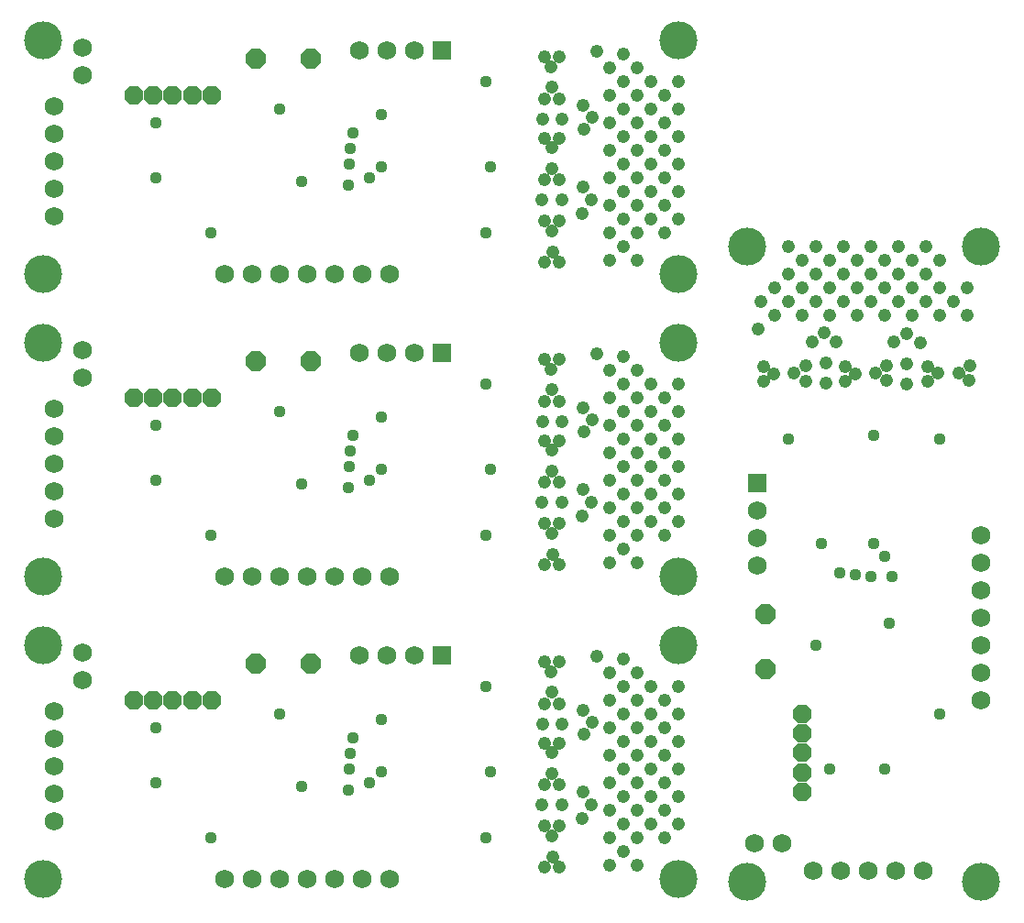
<source format=gbs>
G75*
G70*
%OFA0B0*%
%FSLAX24Y24*%
%IPPOS*%
%LPD*%
%AMOC8*
5,1,8,0,0,1.08239X$1,22.5*
%
%ADD10OC8,0.0710*%
%ADD11C,0.0680*%
%ADD12R,0.0680X0.0680*%
%ADD13C,0.1380*%
%ADD14OC8,0.0674*%
%ADD15C,0.0440*%
%ADD16C,0.0437*%
%ADD17C,0.0476*%
D10*
X008961Y009163D03*
X010961Y009163D03*
X010961Y020163D03*
X008961Y020163D03*
X008961Y031163D03*
X010961Y031163D03*
X027502Y010961D03*
X027502Y008961D03*
D11*
X027183Y012733D03*
X027183Y013733D03*
X027183Y014733D03*
X035333Y013833D03*
X035333Y012833D03*
X035333Y011833D03*
X035333Y010833D03*
X035333Y009833D03*
X035333Y008833D03*
X035333Y007833D03*
X028087Y002651D03*
X027087Y002651D03*
X029233Y001633D03*
X030233Y001633D03*
X031233Y001633D03*
X032233Y001633D03*
X033233Y001633D03*
X014733Y009483D03*
X013733Y009483D03*
X012733Y009483D03*
X012833Y012333D03*
X013833Y012333D03*
X011833Y012333D03*
X010833Y012333D03*
X009833Y012333D03*
X008833Y012333D03*
X007833Y012333D03*
X002651Y009579D03*
X002651Y008579D03*
X001633Y007433D03*
X001633Y006433D03*
X001633Y005433D03*
X001633Y004433D03*
X001633Y003433D03*
X007833Y001333D03*
X008833Y001333D03*
X009833Y001333D03*
X010833Y001333D03*
X011833Y001333D03*
X012833Y001333D03*
X013833Y001333D03*
X001633Y014433D03*
X001633Y015433D03*
X001633Y016433D03*
X001633Y017433D03*
X001633Y018433D03*
X002651Y019579D03*
X002651Y020579D03*
X007833Y023333D03*
X008833Y023333D03*
X009833Y023333D03*
X010833Y023333D03*
X011833Y023333D03*
X012833Y023333D03*
X013833Y023333D03*
X013733Y020483D03*
X014733Y020483D03*
X012733Y020483D03*
X001633Y025433D03*
X001633Y026433D03*
X001633Y027433D03*
X001633Y028433D03*
X001633Y029433D03*
X002651Y030579D03*
X002651Y031579D03*
X012733Y031483D03*
X013733Y031483D03*
X014733Y031483D03*
D12*
X015733Y031483D03*
X015733Y020483D03*
X027183Y015733D03*
X015733Y009483D03*
D13*
X001232Y001333D03*
X001233Y009833D03*
X001232Y012333D03*
X001233Y020833D03*
X001232Y023333D03*
X001233Y031833D03*
X024333Y031833D03*
X026833Y024333D03*
X024333Y023333D03*
X024333Y020833D03*
X035333Y024333D03*
X024333Y012333D03*
X024333Y009833D03*
X024333Y001333D03*
X026833Y001233D03*
X035333Y001232D03*
D14*
X028832Y004516D03*
X028832Y005225D03*
X028832Y005934D03*
X028832Y006642D03*
X028832Y007351D03*
X007351Y007833D03*
X006642Y007833D03*
X005934Y007833D03*
X005225Y007833D03*
X004516Y007833D03*
X004516Y018833D03*
X005225Y018833D03*
X005934Y018833D03*
X006642Y018833D03*
X007351Y018833D03*
X007351Y029833D03*
X006642Y029833D03*
X005934Y029833D03*
X005225Y029833D03*
X004516Y029833D03*
D15*
X012342Y027335D03*
X013083Y026833D03*
X013533Y027233D03*
X012333Y026583D03*
X013533Y029133D03*
X017333Y030333D03*
X017481Y027247D03*
X017333Y024833D03*
X017333Y019333D03*
X017481Y016247D03*
X017333Y013833D03*
X013533Y016233D03*
X013083Y015833D03*
X012333Y015583D03*
X012342Y016335D03*
X013533Y018133D03*
X017333Y008333D03*
X013533Y007133D03*
X012342Y005335D03*
X013083Y004833D03*
X013533Y005233D03*
X012333Y004583D03*
X017481Y005247D03*
X017333Y002833D03*
X031330Y012342D03*
X032083Y012333D03*
X031833Y013083D03*
X031433Y013533D03*
X029533Y013533D03*
X028333Y017333D03*
X031418Y017481D03*
X033833Y017333D03*
D16*
X030768Y012402D03*
X030200Y012488D03*
X031972Y010633D03*
X029333Y009833D03*
X033833Y007333D03*
X031833Y005333D03*
X029833Y005333D03*
X012488Y006466D03*
X012402Y005898D03*
X010633Y004694D03*
X007333Y002833D03*
X005333Y004833D03*
X005333Y006833D03*
X009833Y007333D03*
X007333Y013833D03*
X005333Y015833D03*
X005333Y017833D03*
X009833Y018333D03*
X012488Y017466D03*
X012402Y016898D03*
X010633Y015694D03*
X007333Y024833D03*
X005333Y026833D03*
X005333Y028833D03*
X009833Y029333D03*
X012488Y028466D03*
X012402Y027898D03*
X010633Y026694D03*
D17*
X019357Y026043D03*
X020078Y026043D03*
X020837Y025538D03*
X021165Y026058D03*
X021833Y025833D03*
X022333Y026333D03*
X022833Y025833D03*
X023333Y026333D03*
X023833Y025833D03*
X024333Y026333D03*
X023833Y026833D03*
X024333Y027333D03*
X023833Y027833D03*
X024333Y028333D03*
X023833Y028833D03*
X024333Y029333D03*
X023833Y029833D03*
X024333Y030333D03*
X023333Y030333D03*
X022833Y029833D03*
X022333Y030333D03*
X022833Y030833D03*
X022333Y031333D03*
X021833Y030833D03*
X021357Y031455D03*
X019984Y031237D03*
X019699Y030876D03*
X019452Y031256D03*
X019737Y030134D03*
X020002Y029715D03*
X019452Y029715D03*
X019376Y028992D03*
X019452Y028288D03*
X019718Y027927D03*
X019984Y028288D03*
X020097Y028992D03*
X020892Y028606D03*
X021193Y029044D03*
X021833Y028833D03*
X022333Y029333D03*
X022833Y028833D03*
X023333Y029333D03*
X023333Y028333D03*
X022833Y027833D03*
X022333Y028333D03*
X021833Y027833D03*
X022333Y027333D03*
X022833Y026833D03*
X023333Y027333D03*
X021833Y026833D03*
X020865Y026524D03*
X020002Y026785D03*
X019737Y027185D03*
X019471Y026785D03*
X019452Y025282D03*
X019737Y024901D03*
X019984Y025282D03*
X019756Y024140D03*
X020002Y023760D03*
X019471Y023779D03*
X021833Y023833D03*
X022333Y024333D03*
X022833Y023833D03*
X022833Y024833D03*
X023333Y025333D03*
X023833Y024833D03*
X024333Y025333D03*
X022333Y025333D03*
X021833Y024833D03*
X027210Y021357D03*
X027833Y021833D03*
X028333Y022333D03*
X028833Y021833D03*
X029333Y022333D03*
X029833Y021833D03*
X030333Y022333D03*
X030833Y021833D03*
X031333Y022333D03*
X031833Y021833D03*
X032333Y022333D03*
X032833Y021833D03*
X033333Y022333D03*
X033833Y021833D03*
X034333Y022333D03*
X034833Y021833D03*
X034833Y022833D03*
X033833Y022833D03*
X033333Y023333D03*
X032833Y022833D03*
X032333Y023333D03*
X032833Y023833D03*
X033333Y024333D03*
X033833Y023833D03*
X032333Y024333D03*
X031833Y023833D03*
X031333Y024333D03*
X030833Y023833D03*
X030333Y024333D03*
X029833Y023833D03*
X029333Y024333D03*
X028833Y023833D03*
X028333Y024333D03*
X028333Y023333D03*
X028833Y022833D03*
X029333Y023333D03*
X029833Y022833D03*
X030333Y023333D03*
X030833Y022833D03*
X031333Y023333D03*
X031833Y022833D03*
X032607Y021165D03*
X032141Y020865D03*
X033127Y020837D03*
X033383Y019984D03*
X033764Y019737D03*
X033383Y019452D03*
X032622Y019357D03*
X031880Y019471D03*
X031481Y019737D03*
X031880Y020002D03*
X032622Y020078D03*
X030739Y019718D03*
X030377Y019984D03*
X029673Y020097D03*
X029673Y019376D03*
X030377Y019452D03*
X028950Y019452D03*
X028531Y019737D03*
X028950Y020002D03*
X027789Y019699D03*
X027409Y019452D03*
X027428Y019984D03*
X029183Y020865D03*
X029621Y021193D03*
X030059Y020892D03*
X027833Y022833D03*
X027333Y022333D03*
X024333Y019333D03*
X023833Y018833D03*
X024333Y018333D03*
X023833Y017833D03*
X024333Y017333D03*
X023833Y016833D03*
X024333Y016333D03*
X023833Y015833D03*
X024333Y015333D03*
X023833Y014833D03*
X024333Y014333D03*
X023833Y013833D03*
X023333Y014333D03*
X022833Y014833D03*
X022333Y014333D03*
X022833Y013833D03*
X022333Y013333D03*
X022833Y012833D03*
X021833Y012833D03*
X021833Y013833D03*
X020837Y014538D03*
X021165Y015058D03*
X020865Y015524D03*
X020078Y015043D03*
X019357Y015043D03*
X019471Y015785D03*
X019737Y016185D03*
X020002Y015785D03*
X019718Y016927D03*
X019984Y017288D03*
X019452Y017288D03*
X019376Y017992D03*
X020097Y017992D03*
X020892Y017606D03*
X021193Y018044D03*
X020865Y018483D03*
X020002Y018715D03*
X019737Y019134D03*
X019452Y018715D03*
X019699Y019876D03*
X019452Y020256D03*
X019984Y020237D03*
X021357Y020455D03*
X021833Y019833D03*
X022333Y020333D03*
X022833Y019833D03*
X023333Y019333D03*
X022833Y018833D03*
X023333Y018333D03*
X022833Y017833D03*
X023333Y017333D03*
X022833Y016833D03*
X023333Y016333D03*
X022833Y015833D03*
X023333Y015333D03*
X022333Y015333D03*
X021833Y015833D03*
X022333Y016333D03*
X021833Y016833D03*
X022333Y017333D03*
X021833Y017833D03*
X022333Y018333D03*
X021833Y018833D03*
X022333Y019333D03*
X021833Y014833D03*
X019984Y014282D03*
X019737Y013901D03*
X019452Y014282D03*
X019756Y013140D03*
X020002Y012760D03*
X019471Y012779D03*
X021357Y009455D03*
X021833Y008833D03*
X022333Y009333D03*
X022833Y008833D03*
X023333Y008333D03*
X023833Y007833D03*
X024333Y007333D03*
X023833Y006833D03*
X024333Y006333D03*
X023833Y005833D03*
X024333Y005333D03*
X023833Y004833D03*
X024333Y004333D03*
X023833Y003833D03*
X024333Y003333D03*
X023833Y002833D03*
X023333Y003333D03*
X022833Y003833D03*
X022333Y003333D03*
X022833Y002833D03*
X022333Y002333D03*
X022833Y001833D03*
X021833Y001833D03*
X021833Y002833D03*
X020837Y003538D03*
X021165Y004058D03*
X020865Y004524D03*
X020078Y004043D03*
X019357Y004043D03*
X019471Y004785D03*
X019737Y005185D03*
X020002Y004785D03*
X019718Y005927D03*
X019984Y006288D03*
X019452Y006288D03*
X019376Y006992D03*
X020097Y006992D03*
X020865Y007483D03*
X021193Y007044D03*
X021833Y006833D03*
X022333Y007333D03*
X022833Y007833D03*
X023333Y007333D03*
X022833Y006833D03*
X023333Y006333D03*
X022833Y005833D03*
X023333Y005333D03*
X022833Y004833D03*
X023333Y004333D03*
X022333Y004333D03*
X021833Y004833D03*
X022333Y005333D03*
X021833Y005833D03*
X022333Y006333D03*
X020892Y006606D03*
X020002Y007715D03*
X019737Y008134D03*
X019452Y007715D03*
X019699Y008876D03*
X019452Y009256D03*
X019984Y009237D03*
X021833Y007833D03*
X022333Y008333D03*
X024333Y008333D03*
X021833Y003833D03*
X019984Y003282D03*
X019737Y002901D03*
X019452Y003282D03*
X019756Y002140D03*
X020002Y001760D03*
X019471Y001779D03*
X034887Y019471D03*
X034525Y019756D03*
X034906Y020002D03*
X021833Y029833D03*
X020865Y029483D03*
M02*

</source>
